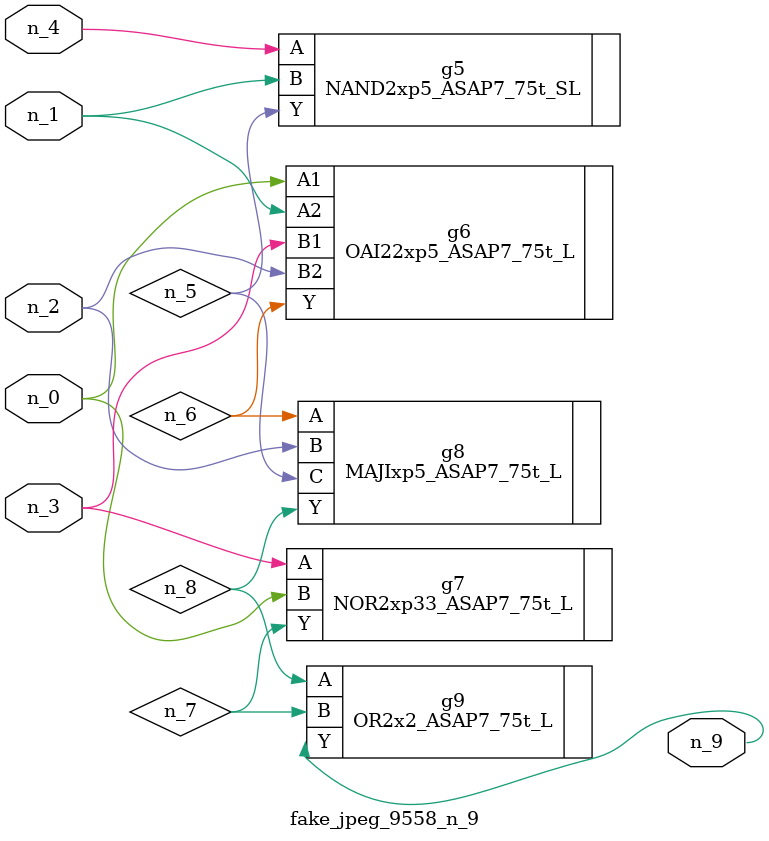
<source format=v>
module fake_jpeg_9558_n_9 (n_3, n_2, n_1, n_0, n_4, n_9);

input n_3;
input n_2;
input n_1;
input n_0;
input n_4;

output n_9;

wire n_8;
wire n_6;
wire n_5;
wire n_7;

NAND2xp5_ASAP7_75t_SL g5 ( 
.A(n_4),
.B(n_1),
.Y(n_5)
);

OAI22xp5_ASAP7_75t_L g6 ( 
.A1(n_0),
.A2(n_1),
.B1(n_3),
.B2(n_2),
.Y(n_6)
);

NOR2xp33_ASAP7_75t_L g7 ( 
.A(n_3),
.B(n_0),
.Y(n_7)
);

MAJIxp5_ASAP7_75t_L g8 ( 
.A(n_6),
.B(n_2),
.C(n_5),
.Y(n_8)
);

OR2x2_ASAP7_75t_L g9 ( 
.A(n_8),
.B(n_7),
.Y(n_9)
);


endmodule
</source>
